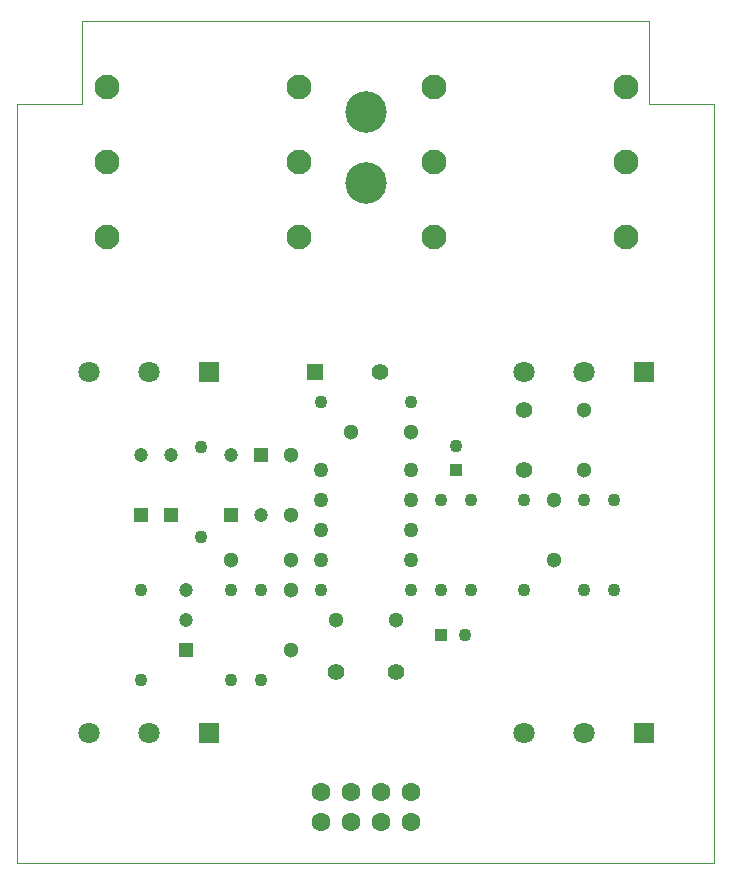
<source format=gbs>
G75*
%MOIN*%
%OFA0B0*%
%FSLAX25Y25*%
%IPPOS*%
%LPD*%
%AMOC8*
5,1,8,0,0,1.08239X$1,22.5*
%
%ADD10R,0.07087X0.07087*%
%ADD11C,0.07087*%
%ADD12C,0.05118*%
%ADD13C,0.05512*%
%ADD14R,0.04331X0.04331*%
%ADD15C,0.04331*%
%ADD16R,0.05512X0.05512*%
%ADD17C,0.04724*%
%ADD18R,0.04724X0.04724*%
%ADD19C,0.05000*%
%ADD20C,0.08268*%
%ADD21C,0.13843*%
%ADD22C,0.06299*%
%ADD23C,0.00000*%
D10*
X0068750Y0048913D03*
X0068750Y0169163D03*
X0213750Y0169163D03*
X0213750Y0048913D03*
D11*
X0193750Y0048913D03*
X0173750Y0048913D03*
X0173750Y0169163D03*
X0193750Y0169163D03*
X0048750Y0169163D03*
X0028750Y0169163D03*
X0028750Y0048913D03*
X0048750Y0048913D03*
D12*
X0096250Y0076600D03*
X0111250Y0086600D03*
X0096250Y0096600D03*
X0096250Y0106600D03*
X0096250Y0121600D03*
X0096250Y0141600D03*
X0116250Y0149100D03*
X0136250Y0149100D03*
X0183750Y0126600D03*
X0193750Y0136600D03*
X0193750Y0156600D03*
X0183750Y0106600D03*
X0131250Y0086600D03*
X0076250Y0106600D03*
D13*
X0111250Y0069100D03*
X0131250Y0069100D03*
X0173750Y0136600D03*
X0173750Y0156600D03*
X0126000Y0169100D03*
D14*
X0151245Y0136670D03*
X0146247Y0081605D03*
D15*
X0154107Y0081602D03*
X0156250Y0096600D03*
X0146250Y0096600D03*
X0136250Y0096600D03*
X0146250Y0126600D03*
X0156250Y0126600D03*
X0151248Y0144530D03*
X0136250Y0159100D03*
X0106250Y0159100D03*
X0066250Y0144100D03*
X0066250Y0114100D03*
X0076250Y0096600D03*
X0086250Y0096600D03*
X0106250Y0096600D03*
X0086250Y0066600D03*
X0076250Y0066600D03*
X0046250Y0066600D03*
X0046250Y0096600D03*
X0173750Y0096600D03*
X0193750Y0096600D03*
X0203750Y0096600D03*
X0203750Y0126600D03*
X0193750Y0126600D03*
X0173750Y0126600D03*
D16*
X0104250Y0169100D03*
D17*
X0076250Y0141600D03*
X0086250Y0121600D03*
X0061250Y0096600D03*
X0061250Y0086600D03*
X0056250Y0141600D03*
X0046250Y0141600D03*
D18*
X0046250Y0121600D03*
X0056250Y0121600D03*
X0076250Y0121600D03*
X0086250Y0141600D03*
X0061250Y0076600D03*
D19*
X0106250Y0106600D03*
X0106250Y0116600D03*
X0106250Y0126600D03*
X0106250Y0136600D03*
X0136250Y0136600D03*
X0136250Y0126600D03*
X0136250Y0116600D03*
X0136250Y0106600D03*
D20*
X0143801Y0214350D03*
X0143801Y0239350D03*
X0143801Y0264350D03*
X0098699Y0264350D03*
X0098699Y0239350D03*
X0098699Y0214350D03*
X0034801Y0214350D03*
X0034801Y0239350D03*
X0034801Y0264350D03*
X0207699Y0264350D03*
X0207699Y0239350D03*
X0207699Y0214350D03*
D21*
X0121250Y0232188D03*
X0121250Y0255810D03*
D22*
X0116250Y0029100D03*
X0116250Y0019100D03*
X0106250Y0019100D03*
X0106250Y0029100D03*
X0126250Y0029100D03*
X0126250Y0019100D03*
X0136250Y0019100D03*
X0136250Y0029100D03*
D23*
X0237283Y0005600D02*
X0005000Y0005600D01*
X0005000Y0258631D01*
X0026654Y0258631D01*
X0026654Y0286191D01*
X0215630Y0286191D01*
X0215630Y0258631D01*
X0237283Y0258631D01*
X0237283Y0005600D01*
M02*

</source>
